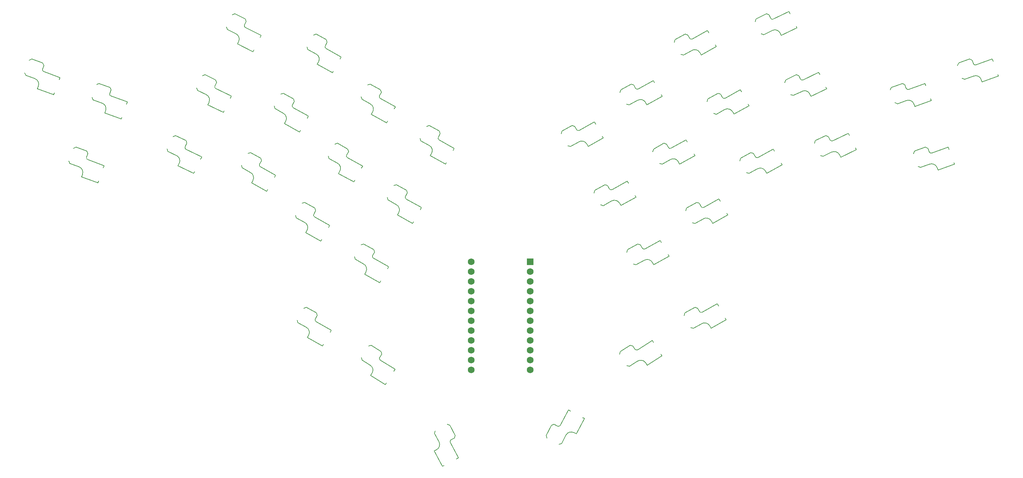
<source format=gbr>
%TF.GenerationSoftware,KiCad,Pcbnew,8.0.2-1*%
%TF.CreationDate,2024-06-17T15:58:38+09:00*%
%TF.ProjectId,tolkeeb_zero,746f6c6b-6565-4625-9f7a-65726f2e6b69,v1.0.0*%
%TF.SameCoordinates,Original*%
%TF.FileFunction,Legend,Bot*%
%TF.FilePolarity,Positive*%
%FSLAX46Y46*%
G04 Gerber Fmt 4.6, Leading zero omitted, Abs format (unit mm)*
G04 Created by KiCad (PCBNEW 8.0.2-1) date 2024-06-17 15:58:38*
%MOMM*%
%LPD*%
G01*
G04 APERTURE LIST*
%ADD10C,0.150000*%
%ADD11R,1.752600X1.752600*%
%ADD12C,1.752600*%
G04 APERTURE END LIST*
D10*
%TO.C,SB23*%
X203725429Y-114657911D02*
X203920334Y-113978198D01*
X203920334Y-113978198D02*
X206544193Y-112523769D01*
X205422262Y-117719081D02*
X206101978Y-117913987D01*
X206101978Y-117913987D02*
X208288525Y-116701961D01*
X206544193Y-112523769D02*
X207223906Y-112718675D01*
X207708717Y-113593294D02*
X207223906Y-112718675D01*
X210327669Y-117286678D02*
X210667038Y-117898911D01*
X210667038Y-117898911D02*
X214602826Y-115717268D01*
X212324221Y-111606556D02*
X208388432Y-113788199D01*
X212615106Y-112131327D02*
X212324221Y-111606556D01*
X214602826Y-115717268D02*
X214360422Y-115279958D01*
X208288525Y-116701961D02*
G75*
G02*
X210327669Y-117286678I727216J-1311922D01*
G01*
X208388432Y-113788199D02*
G75*
G02*
X207708717Y-113593294I-242405J437310D01*
G01*
%TO.C,SB2*%
X38797841Y-129998598D02*
X39096677Y-130639455D01*
X39096677Y-130639455D02*
X41445909Y-131494503D01*
X39994912Y-126709674D02*
X40635770Y-126410837D01*
X40635770Y-126410837D02*
X43454846Y-127436898D01*
X42103004Y-134074858D02*
X46331621Y-135613949D01*
X42342419Y-133417074D02*
X42103004Y-134074858D01*
X43411662Y-129017448D02*
X43753682Y-128077753D01*
X43454846Y-127436898D02*
X43753682Y-128077753D01*
X46331621Y-135613949D02*
X46502631Y-135144101D01*
X47733903Y-131761210D02*
X47939116Y-131197394D01*
X47939116Y-131197394D02*
X43710498Y-129658304D01*
X41445909Y-131494503D02*
G75*
G02*
X42342419Y-133417074I-513030J-1409540D01*
G01*
X43710498Y-129658304D02*
G75*
G02*
X43411661Y-129017448I171011J469847D01*
G01*
%TO.C,SB33*%
X133217609Y-204932576D02*
X135330230Y-208905840D01*
X133282208Y-200367948D02*
X134455887Y-202575317D01*
X133488946Y-199691738D02*
X133282208Y-200367948D01*
X133835672Y-204603946D02*
X133217609Y-204932576D01*
X135330230Y-208905840D02*
X135771705Y-208671105D01*
X136579264Y-198048588D02*
X137255471Y-198255325D01*
X137255471Y-198255325D02*
X138663887Y-200904169D01*
X137574202Y-202049851D02*
X138457149Y-201580378D01*
X138663887Y-200904169D02*
X138457149Y-201580378D01*
X138950316Y-206981006D02*
X139480086Y-206699323D01*
X139480086Y-206699323D02*
X137367463Y-202726059D01*
X134455887Y-202575317D02*
G75*
G02*
X133835672Y-204603946I-1324422J-704207D01*
G01*
X137367463Y-202726059D02*
G75*
G02*
X137574202Y-202049850I441474J234735D01*
G01*
%TO.C,SB18*%
X251060968Y-111633134D02*
X251359804Y-110992279D01*
X251359804Y-110992279D02*
X254178882Y-109966219D01*
X252258038Y-114922059D02*
X252898895Y-115220896D01*
X252898895Y-115220896D02*
X255248126Y-114365845D01*
X254178882Y-109966219D02*
X254819738Y-110265055D01*
X255161759Y-111204747D02*
X254819738Y-110265055D01*
X257170695Y-115262353D02*
X257410109Y-115920139D01*
X257410109Y-115920139D02*
X261638726Y-114381048D01*
X260031231Y-109964493D02*
X255802615Y-111503583D01*
X260236444Y-110528308D02*
X260031231Y-109964493D01*
X261638726Y-114381048D02*
X261467715Y-113911203D01*
X255248126Y-114365845D02*
G75*
G02*
X257170695Y-115262353I513030J-1409539D01*
G01*
X255802615Y-111503583D02*
G75*
G02*
X255161759Y-111204747I-171010J469846D01*
G01*
%TO.C,SB12*%
X114362250Y-113378765D02*
X114557155Y-114058481D01*
X114557155Y-114058481D02*
X116743704Y-115270504D01*
X116059085Y-110317596D02*
X116738798Y-110122691D01*
X116738798Y-110122691D02*
X119362657Y-111577120D01*
X116989052Y-117921880D02*
X120924841Y-120103525D01*
X117328419Y-117309648D02*
X116989052Y-117921880D01*
X119072753Y-113131454D02*
X119557562Y-112256833D01*
X119362657Y-111577120D02*
X119557562Y-112256833D01*
X120924841Y-120103525D02*
X121167246Y-119666215D01*
X122912561Y-116517584D02*
X123203447Y-115992811D01*
X123203447Y-115992811D02*
X119267658Y-113811169D01*
X116743704Y-115270504D02*
G75*
G02*
X117328419Y-117309648I-727214J-1311929D01*
G01*
X119267658Y-113811169D02*
G75*
G02*
X119072753Y-113131454I242405J437310D01*
G01*
%TO.C,SB28*%
X182999929Y-153586741D02*
X183194834Y-152907028D01*
X183194834Y-152907028D02*
X185818693Y-151452599D01*
X184696762Y-156647911D02*
X185376478Y-156842817D01*
X185376478Y-156842817D02*
X187563025Y-155630791D01*
X185818693Y-151452599D02*
X186498406Y-151647505D01*
X186983217Y-152522124D02*
X186498406Y-151647505D01*
X189602169Y-156215508D02*
X189941538Y-156827741D01*
X189941538Y-156827741D02*
X193877326Y-154646098D01*
X191598721Y-150535386D02*
X187662932Y-152717029D01*
X191889606Y-151060157D02*
X191598721Y-150535386D01*
X193877326Y-154646098D02*
X193634922Y-154208788D01*
X187563025Y-155630791D02*
G75*
G02*
X189602169Y-156215508I727216J-1311922D01*
G01*
X187662932Y-152717029D02*
G75*
G02*
X186983217Y-152522124I-242405J437310D01*
G01*
%TO.C,SB30*%
X166031593Y-122975051D02*
X166226498Y-122295338D01*
X166226498Y-122295338D02*
X168850357Y-120840909D01*
X167728426Y-126036221D02*
X168408142Y-126231127D01*
X168408142Y-126231127D02*
X170594689Y-125019101D01*
X168850357Y-120840909D02*
X169530070Y-121035815D01*
X170014881Y-121910434D02*
X169530070Y-121035815D01*
X172633833Y-125603818D02*
X172973202Y-126216051D01*
X172973202Y-126216051D02*
X176908990Y-124034408D01*
X174630385Y-119923696D02*
X170694596Y-122105339D01*
X174921270Y-120448467D02*
X174630385Y-119923696D01*
X176908990Y-124034408D02*
X176666586Y-123597098D01*
X170594689Y-125019101D02*
G75*
G02*
X172633833Y-125603818I727216J-1311922D01*
G01*
X170694596Y-122105339D02*
G75*
G02*
X170014881Y-121910434I-242405J437310D01*
G01*
%TO.C,SB1*%
X27398881Y-107226608D02*
X27697717Y-107867465D01*
X27697717Y-107867465D02*
X30046949Y-108722513D01*
X28595952Y-103937684D02*
X29236810Y-103638847D01*
X29236810Y-103638847D02*
X32055886Y-104664908D01*
X30704044Y-111302868D02*
X34932661Y-112841959D01*
X30943459Y-110645084D02*
X30704044Y-111302868D01*
X32012702Y-106245458D02*
X32354722Y-105305763D01*
X32055886Y-104664908D02*
X32354722Y-105305763D01*
X34932661Y-112841959D02*
X35103671Y-112372111D01*
X36334943Y-108989220D02*
X36540156Y-108425404D01*
X36540156Y-108425404D02*
X32311538Y-106886314D01*
X30046949Y-108722513D02*
G75*
G02*
X30943459Y-110645084I-513030J-1409540D01*
G01*
X32311538Y-106886314D02*
G75*
G02*
X32012701Y-106245458I171011J469847D01*
G01*
%TO.C,SB7*%
X83395092Y-131085689D02*
X83589997Y-131765405D01*
X83589997Y-131765405D02*
X85776546Y-132977428D01*
X85091927Y-128024520D02*
X85771640Y-127829615D01*
X85771640Y-127829615D02*
X88395499Y-129284044D01*
X86021894Y-135628804D02*
X89957683Y-137810449D01*
X86361261Y-135016572D02*
X86021894Y-135628804D01*
X88105595Y-130838378D02*
X88590404Y-129963757D01*
X88395499Y-129284044D02*
X88590404Y-129963757D01*
X89957683Y-137810449D02*
X90200088Y-137373139D01*
X91945403Y-134224508D02*
X92236289Y-133699735D01*
X92236289Y-133699735D02*
X88300500Y-131518093D01*
X85776546Y-132977428D02*
G75*
G02*
X86361261Y-135016572I-727214J-1311929D01*
G01*
X88300500Y-131518093D02*
G75*
G02*
X88105595Y-130838378I242405J437310D01*
G01*
%TO.C,SB19*%
X231490691Y-125426051D02*
X231720903Y-124757469D01*
X231720903Y-124757469D02*
X234417285Y-123442356D01*
X233024991Y-128571831D02*
X233693573Y-128802043D01*
X233693573Y-128802043D02*
X235940557Y-127706115D01*
X234417285Y-123442356D02*
X235085866Y-123672569D01*
X235524238Y-124571362D02*
X235085866Y-123672569D01*
X237946306Y-128396749D02*
X238253164Y-129025905D01*
X238253164Y-129025905D02*
X242297739Y-127053235D01*
X240237394Y-122828904D02*
X236192821Y-124801573D01*
X240500417Y-123368180D02*
X240237394Y-122828904D01*
X242297739Y-127053235D02*
X242078554Y-126603838D01*
X235940557Y-127706115D02*
G75*
G02*
X237946306Y-128396749I657558J-1348191D01*
G01*
X236192821Y-124801573D02*
G75*
G02*
X235524238Y-124571362I-219186J449397D01*
G01*
%TO.C,SB17*%
X257046319Y-128077755D02*
X257345155Y-127436900D01*
X257345155Y-127436900D02*
X260164233Y-126410840D01*
X258243389Y-131366680D02*
X258884246Y-131665517D01*
X258884246Y-131665517D02*
X261233477Y-130810466D01*
X260164233Y-126410840D02*
X260805089Y-126709676D01*
X261147110Y-127649368D02*
X260805089Y-126709676D01*
X263156046Y-131706974D02*
X263395460Y-132364760D01*
X263395460Y-132364760D02*
X267624077Y-130825669D01*
X266016582Y-126409114D02*
X261787966Y-127948204D01*
X266221795Y-126972929D02*
X266016582Y-126409114D01*
X267624077Y-130825669D02*
X267453066Y-130355824D01*
X261233477Y-130810466D02*
G75*
G02*
X263156046Y-131706974I513030J-1409539D01*
G01*
X261787966Y-127948204D02*
G75*
G02*
X261147110Y-127649368I-171010J469846D01*
G01*
%TO.C,SB32*%
X114402800Y-180742357D02*
X114561863Y-181431343D01*
X114561863Y-181431343D02*
X116681984Y-182756138D01*
X116257517Y-177774190D02*
X116946501Y-177615125D01*
X116788234Y-185416724D02*
X120604451Y-187801361D01*
X116946501Y-177615125D02*
X119490645Y-179204883D01*
X117159178Y-184823090D02*
X116788234Y-185416724D01*
X119119789Y-180741914D02*
X119649708Y-179893867D01*
X119490645Y-179204883D02*
X119649708Y-179893867D01*
X120604451Y-187801361D02*
X120869410Y-187377337D01*
X122777120Y-184324366D02*
X123095071Y-183815536D01*
X123095071Y-183815536D02*
X119278855Y-181430898D01*
X116681984Y-182756138D02*
G75*
G02*
X117159178Y-184823090I-794879J-1272073D01*
G01*
X119278855Y-181430898D02*
G75*
G02*
X119119790Y-180741915I264959J424024D01*
G01*
%TO.C,SB11*%
X105878083Y-128684610D02*
X106072988Y-129364326D01*
X106072988Y-129364326D02*
X108259537Y-130576349D01*
X107574918Y-125623441D02*
X108254631Y-125428536D01*
X108254631Y-125428536D02*
X110878490Y-126882965D01*
X108504885Y-133227725D02*
X112440674Y-135409370D01*
X108844252Y-132615493D02*
X108504885Y-133227725D01*
X110588586Y-128437299D02*
X111073395Y-127562678D01*
X110878490Y-126882965D02*
X111073395Y-127562678D01*
X112440674Y-135409370D02*
X112683079Y-134972060D01*
X114428394Y-131823429D02*
X114719280Y-131298656D01*
X114719280Y-131298656D02*
X110783491Y-129117014D01*
X108259537Y-130576349D02*
G75*
G02*
X108844252Y-132615493I-727214J-1311929D01*
G01*
X110783491Y-129117014D02*
G75*
G02*
X110588586Y-128437299I242405J437310D01*
G01*
%TO.C,SB29*%
X174515761Y-138280895D02*
X174710666Y-137601182D01*
X174710666Y-137601182D02*
X177334525Y-136146753D01*
X176212594Y-141342065D02*
X176892310Y-141536971D01*
X176892310Y-141536971D02*
X179078857Y-140324945D01*
X177334525Y-136146753D02*
X178014238Y-136341659D01*
X178499049Y-137216278D02*
X178014238Y-136341659D01*
X181118001Y-140909662D02*
X181457370Y-141521895D01*
X181457370Y-141521895D02*
X185393158Y-139340252D01*
X183114553Y-135229540D02*
X179178764Y-137411183D01*
X183405438Y-135754311D02*
X183114553Y-135229540D01*
X185393158Y-139340252D02*
X185150754Y-138902942D01*
X179078857Y-140324945D02*
G75*
G02*
X181118001Y-140909662I727216J-1311922D01*
G01*
X179178764Y-137411183D02*
G75*
G02*
X178499049Y-137216278I-242405J437310D01*
G01*
%TO.C,SB4*%
X64179837Y-126818344D02*
X64410048Y-127486925D01*
X64410048Y-127486925D02*
X66657032Y-128582854D01*
X65714136Y-123672565D02*
X66382718Y-123442353D01*
X66382718Y-123442353D02*
X69079100Y-124757466D01*
X67040808Y-131217758D02*
X71085381Y-133190428D01*
X67347668Y-130588602D02*
X67040808Y-131217758D01*
X68870941Y-126324843D02*
X69309312Y-125426048D01*
X69079100Y-124757466D02*
X69309312Y-125426048D01*
X71085381Y-133190428D02*
X71304567Y-132741031D01*
X72882703Y-129505371D02*
X73145725Y-128966095D01*
X73145725Y-128966095D02*
X69101151Y-126993426D01*
X66657032Y-128582854D02*
G75*
G02*
X67347668Y-130588602I-657563J-1348194D01*
G01*
X69101151Y-126993426D02*
G75*
G02*
X68870941Y-126324843I219187J449397D01*
G01*
%TO.C,SB35*%
X181150295Y-179893870D02*
X181309358Y-179204886D01*
X181309358Y-179204886D02*
X183853502Y-177615128D01*
X183005011Y-182862038D02*
X183693995Y-183021102D01*
X183693995Y-183021102D02*
X185814115Y-181696304D01*
X183853502Y-177615128D02*
X184542487Y-177774192D01*
X185072405Y-178622240D02*
X184542487Y-177774192D01*
X187881066Y-182173497D02*
X188252009Y-182767131D01*
X188252009Y-182767131D02*
X192068226Y-180382494D01*
X189577605Y-176396668D02*
X185761389Y-178781305D01*
X189895556Y-176905497D02*
X189577605Y-176396668D01*
X192068226Y-180382494D02*
X191803266Y-179958470D01*
X185761389Y-178781305D02*
G75*
G02*
X185072405Y-178622240I-264960J424024D01*
G01*
X185814115Y-181696304D02*
G75*
G02*
X187881066Y-182173497I794879J-1272072D01*
G01*
%TO.C,SB26*%
X189726608Y-127562679D02*
X189921513Y-126882966D01*
X189921513Y-126882966D02*
X192545372Y-125428537D01*
X191423441Y-130623849D02*
X192103157Y-130818755D01*
X192103157Y-130818755D02*
X194289704Y-129606729D01*
X192545372Y-125428537D02*
X193225085Y-125623443D01*
X193709896Y-126498062D02*
X193225085Y-125623443D01*
X196328848Y-130191446D02*
X196668217Y-130803679D01*
X196668217Y-130803679D02*
X200604005Y-128622036D01*
X198325400Y-124511324D02*
X194389611Y-126692967D01*
X198616285Y-125036095D02*
X198325400Y-124511324D01*
X200604005Y-128622036D02*
X200361601Y-128184726D01*
X194289704Y-129606729D02*
G75*
G02*
X196328848Y-130191446I727216J-1311922D01*
G01*
X194389611Y-126692967D02*
G75*
G02*
X193709896Y-126498062I-242405J437310D01*
G01*
%TO.C,SB21*%
X216147701Y-93968257D02*
X216377913Y-93299675D01*
X216377913Y-93299675D02*
X219074295Y-91984562D01*
X217682001Y-97114037D02*
X218350583Y-97344249D01*
X218350583Y-97344249D02*
X220597567Y-96248321D01*
X219074295Y-91984562D02*
X219742876Y-92214775D01*
X220181248Y-93113568D02*
X219742876Y-92214775D01*
X222603316Y-96938955D02*
X222910174Y-97568111D01*
X222910174Y-97568111D02*
X226954749Y-95595441D01*
X224894404Y-91371110D02*
X220849831Y-93343779D01*
X225157427Y-91910386D02*
X224894404Y-91371110D01*
X226954749Y-95595441D02*
X226735564Y-95146044D01*
X220597567Y-96248321D02*
G75*
G02*
X222603316Y-96938955I657558J-1348191D01*
G01*
X220849831Y-93343779D02*
G75*
G02*
X220181248Y-93113568I-219186J449397D01*
G01*
%TO.C,SB13*%
X112604760Y-154708672D02*
X112799665Y-155388388D01*
X112799665Y-155388388D02*
X114986214Y-156600411D01*
X114301595Y-151647503D02*
X114981308Y-151452598D01*
X114981308Y-151452598D02*
X117605167Y-152907027D01*
X115231562Y-159251787D02*
X119167351Y-161433432D01*
X115570929Y-158639555D02*
X115231562Y-159251787D01*
X117315263Y-154461361D02*
X117800072Y-153586740D01*
X117605167Y-152907027D02*
X117800072Y-153586740D01*
X119167351Y-161433432D02*
X119409756Y-160996122D01*
X121155071Y-157847491D02*
X121445957Y-157322718D01*
X121445957Y-157322718D02*
X117510168Y-155141076D01*
X114986214Y-156600411D02*
G75*
G02*
X115570929Y-158639555I-727214J-1311929D01*
G01*
X117510168Y-155141076D02*
G75*
G02*
X117315263Y-154461361I242405J437310D01*
G01*
%TO.C,SB6*%
X79522825Y-95360554D02*
X79753036Y-96029135D01*
X79753036Y-96029135D02*
X82000020Y-97125064D01*
X81057124Y-92214775D02*
X81725706Y-91984563D01*
X81725706Y-91984563D02*
X84422088Y-93299676D01*
X82383796Y-99759968D02*
X86428369Y-101732638D01*
X82690656Y-99130812D02*
X82383796Y-99759968D01*
X84213929Y-94867053D02*
X84652300Y-93968258D01*
X84422088Y-93299676D02*
X84652300Y-93968258D01*
X86428369Y-101732638D02*
X86647555Y-101283241D01*
X88225691Y-98047581D02*
X88488713Y-97508305D01*
X88488713Y-97508305D02*
X84444139Y-95535636D01*
X82000020Y-97125064D02*
G75*
G02*
X82690656Y-99130812I-657563J-1348194D01*
G01*
X84444139Y-95535636D02*
G75*
G02*
X84213929Y-94867053I219187J449397D01*
G01*
%TO.C,SB9*%
X100363429Y-100474000D02*
X100558334Y-101153716D01*
X100558334Y-101153716D02*
X102744883Y-102365739D01*
X102060264Y-97412831D02*
X102739977Y-97217926D01*
X102739977Y-97217926D02*
X105363836Y-98672355D01*
X102990231Y-105017115D02*
X106926020Y-107198760D01*
X103329598Y-104404883D02*
X102990231Y-105017115D01*
X105073932Y-100226689D02*
X105558741Y-99352068D01*
X105363836Y-98672355D02*
X105558741Y-99352068D01*
X106926020Y-107198760D02*
X107168425Y-106761450D01*
X108913740Y-103612819D02*
X109204626Y-103088046D01*
X109204626Y-103088046D02*
X105268837Y-100906404D01*
X102744883Y-102365739D02*
G75*
G02*
X103329598Y-104404883I-727214J-1311929D01*
G01*
X105268837Y-100906404D02*
G75*
G02*
X105073932Y-100226689I242405J437310D01*
G01*
%TO.C,SB14*%
X121088927Y-139402828D02*
X121283832Y-140082544D01*
X121283832Y-140082544D02*
X123470381Y-141294567D01*
X122785762Y-136341659D02*
X123465475Y-136146754D01*
X123465475Y-136146754D02*
X126089334Y-137601183D01*
X123715729Y-143945943D02*
X127651518Y-146127588D01*
X124055096Y-143333711D02*
X123715729Y-143945943D01*
X125799430Y-139155517D02*
X126284239Y-138280896D01*
X126089334Y-137601183D02*
X126284239Y-138280896D01*
X127651518Y-146127588D02*
X127893923Y-145690278D01*
X129639238Y-142541647D02*
X129930124Y-142016874D01*
X129930124Y-142016874D02*
X125994335Y-139835232D01*
X123470381Y-141294567D02*
G75*
G02*
X124055096Y-143333711I-727214J-1311929D01*
G01*
X125994335Y-139835232D02*
G75*
G02*
X125799430Y-139155517I242405J437310D01*
G01*
%TO.C,SB10*%
X97393917Y-143990455D02*
X97588822Y-144670171D01*
X97588822Y-144670171D02*
X99775371Y-145882194D01*
X99090752Y-140929286D02*
X99770465Y-140734381D01*
X99770465Y-140734381D02*
X102394324Y-142188810D01*
X100020719Y-148533570D02*
X103956508Y-150715215D01*
X100360086Y-147921338D02*
X100020719Y-148533570D01*
X102104420Y-143743144D02*
X102589229Y-142868523D01*
X102394324Y-142188810D02*
X102589229Y-142868523D01*
X103956508Y-150715215D02*
X104198913Y-150277905D01*
X105944228Y-147129274D02*
X106235114Y-146604501D01*
X106235114Y-146604501D02*
X102299325Y-144422859D01*
X99775371Y-145882194D02*
G75*
G02*
X100360086Y-147921338I-727214J-1311929D01*
G01*
X102299325Y-144422859D02*
G75*
G02*
X102104420Y-143743144I242405J437310D01*
G01*
%TO.C,SB36*%
X162136116Y-200904169D02*
X163544532Y-198255326D01*
X162342854Y-201580378D02*
X162136116Y-200904169D01*
X163544532Y-198255326D02*
X164220741Y-198048588D01*
X165103690Y-198518057D02*
X164220741Y-198048588D01*
X165433171Y-203223529D02*
X166109381Y-203016792D01*
X166109381Y-203016792D02*
X167283058Y-200809423D01*
X167892520Y-194338057D02*
X165779898Y-198311321D01*
X168422288Y-194619740D02*
X167892520Y-194338057D01*
X169311689Y-200189209D02*
X169929752Y-200517838D01*
X169929752Y-200517838D02*
X172042375Y-196544574D01*
X172042375Y-196544574D02*
X171600900Y-196309838D01*
X165779898Y-198311321D02*
G75*
G02*
X165103689Y-198518060I-441474J234735D01*
G01*
X167283058Y-200809423D02*
G75*
G02*
X169311690Y-200189207I1324423J-704206D01*
G01*
%TO.C,SB31*%
X97808256Y-171088949D02*
X98003161Y-171768665D01*
X98003161Y-171768665D02*
X100189710Y-172980688D01*
X99505091Y-168027780D02*
X100184804Y-167832875D01*
X100184804Y-167832875D02*
X102808663Y-169287304D01*
X100435058Y-175632064D02*
X104370847Y-177813709D01*
X100774425Y-175019832D02*
X100435058Y-175632064D01*
X102518759Y-170841638D02*
X103003568Y-169967017D01*
X102808663Y-169287304D02*
X103003568Y-169967017D01*
X104370847Y-177813709D02*
X104613252Y-177376399D01*
X106358567Y-174227768D02*
X106649453Y-173702995D01*
X106649453Y-173702995D02*
X102713664Y-171521353D01*
X100189710Y-172980688D02*
G75*
G02*
X100774425Y-175019832I-727214J-1311929D01*
G01*
X102713664Y-171521353D02*
G75*
G02*
X102518759Y-170841638I242405J437310D01*
G01*
%TO.C,SB8*%
X91879259Y-115779845D02*
X92074164Y-116459561D01*
X92074164Y-116459561D02*
X94260713Y-117671584D01*
X93576094Y-112718676D02*
X94255807Y-112523771D01*
X94255807Y-112523771D02*
X96879666Y-113978200D01*
X94506061Y-120322960D02*
X98441850Y-122504605D01*
X94845428Y-119710728D02*
X94506061Y-120322960D01*
X96589762Y-115532534D02*
X97074571Y-114657913D01*
X96879666Y-113978200D02*
X97074571Y-114657913D01*
X98441850Y-122504605D02*
X98684255Y-122067295D01*
X100429570Y-118918664D02*
X100720456Y-118393891D01*
X100720456Y-118393891D02*
X96784667Y-116212249D01*
X94260713Y-117671584D02*
G75*
G02*
X94845428Y-119710728I-727214J-1311929D01*
G01*
X96784667Y-116212249D02*
G75*
G02*
X96589762Y-115532534I242405J437310D01*
G01*
%TO.C,SB34*%
X197796433Y-169967016D02*
X197991338Y-169287303D01*
X197991338Y-169287303D02*
X200615197Y-167832874D01*
X199493266Y-173028186D02*
X200172982Y-173223092D01*
X200172982Y-173223092D02*
X202359529Y-172011066D01*
X200615197Y-167832874D02*
X201294910Y-168027780D01*
X201779721Y-168902399D02*
X201294910Y-168027780D01*
X204398673Y-172595783D02*
X204738042Y-173208016D01*
X204738042Y-173208016D02*
X208673830Y-171026373D01*
X206395225Y-166915661D02*
X202459436Y-169097304D01*
X206686110Y-167440432D02*
X206395225Y-166915661D01*
X208673830Y-171026373D02*
X208431426Y-170589063D01*
X202359529Y-172011066D02*
G75*
G02*
X204398673Y-172595783I727216J-1311922D01*
G01*
X202459436Y-169097304D02*
G75*
G02*
X201779721Y-168902399I-242405J437310D01*
G01*
%TO.C,SB22*%
X212209597Y-129963755D02*
X212404502Y-129284042D01*
X212404502Y-129284042D02*
X215028361Y-127829613D01*
X213906430Y-133024925D02*
X214586146Y-133219831D01*
X214586146Y-133219831D02*
X216772693Y-132007805D01*
X215028361Y-127829613D02*
X215708074Y-128024519D01*
X216192885Y-128899138D02*
X215708074Y-128024519D01*
X218811837Y-132592522D02*
X219151206Y-133204755D01*
X219151206Y-133204755D02*
X223086994Y-131023112D01*
X220808389Y-126912400D02*
X216872600Y-129094043D01*
X221099274Y-127437171D02*
X220808389Y-126912400D01*
X223086994Y-131023112D02*
X222844590Y-130585802D01*
X216772693Y-132007805D02*
G75*
G02*
X218811837Y-132592522I727216J-1311922D01*
G01*
X216872600Y-129094043D02*
G75*
G02*
X216192885Y-128899138I-242405J437310D01*
G01*
%TO.C,SB3*%
X44783192Y-113553980D02*
X45082028Y-114194837D01*
X45082028Y-114194837D02*
X47431260Y-115049885D01*
X45980263Y-110265056D02*
X46621121Y-109966219D01*
X46621121Y-109966219D02*
X49440197Y-110992280D01*
X48088355Y-117630240D02*
X52316972Y-119169331D01*
X48327770Y-116972456D02*
X48088355Y-117630240D01*
X49397013Y-112572830D02*
X49739033Y-111633135D01*
X49440197Y-110992280D02*
X49739033Y-111633135D01*
X52316972Y-119169331D02*
X52487982Y-118699483D01*
X53719254Y-115316592D02*
X53924467Y-114752776D01*
X53924467Y-114752776D02*
X49695849Y-113213686D01*
X47431260Y-115049885D02*
G75*
G02*
X48327770Y-116972456I-513030J-1409540D01*
G01*
X49695849Y-113213686D02*
G75*
G02*
X49397012Y-112572830I171011J469847D01*
G01*
%TO.C,SB5*%
X71851332Y-111089449D02*
X72081543Y-111758030D01*
X72081543Y-111758030D02*
X74328527Y-112853959D01*
X73385631Y-107943670D02*
X74054213Y-107713458D01*
X74054213Y-107713458D02*
X76750595Y-109028571D01*
X74712303Y-115488863D02*
X78756876Y-117461533D01*
X75019163Y-114859707D02*
X74712303Y-115488863D01*
X76542436Y-110595948D02*
X76980807Y-109697153D01*
X76750595Y-109028571D02*
X76980807Y-109697153D01*
X78756876Y-117461533D02*
X78976062Y-117012136D01*
X80554198Y-113776476D02*
X80817220Y-113237200D01*
X80817220Y-113237200D02*
X76772646Y-111264531D01*
X74328527Y-112853959D02*
G75*
G02*
X75019163Y-114859707I-657563J-1348194D01*
G01*
X76772646Y-111264531D02*
G75*
G02*
X76542436Y-110595948I219187J449397D01*
G01*
%TO.C,SB25*%
X198210775Y-142868523D02*
X198405680Y-142188810D01*
X198405680Y-142188810D02*
X201029539Y-140734381D01*
X199907608Y-145929693D02*
X200587324Y-146124599D01*
X200587324Y-146124599D02*
X202773871Y-144912573D01*
X201029539Y-140734381D02*
X201709252Y-140929287D01*
X202194063Y-141803906D02*
X201709252Y-140929287D01*
X204813015Y-145497290D02*
X205152384Y-146109523D01*
X205152384Y-146109523D02*
X209088172Y-143927880D01*
X206809567Y-139817168D02*
X202873778Y-141998811D01*
X207100452Y-140341939D02*
X206809567Y-139817168D01*
X209088172Y-143927880D02*
X208845768Y-143490570D01*
X202773871Y-144912573D02*
G75*
G02*
X204813015Y-145497290I727216J-1311922D01*
G01*
X202873778Y-141998811D02*
G75*
G02*
X202194063Y-141803906I-242405J437310D01*
G01*
%TO.C,SB15*%
X129573095Y-124096983D02*
X129768000Y-124776699D01*
X129768000Y-124776699D02*
X131954549Y-125988722D01*
X131269930Y-121035814D02*
X131949643Y-120840909D01*
X131949643Y-120840909D02*
X134573502Y-122295338D01*
X132199897Y-128640098D02*
X136135686Y-130821743D01*
X132539264Y-128027866D02*
X132199897Y-128640098D01*
X134283598Y-123849672D02*
X134768407Y-122975051D01*
X134573502Y-122295338D02*
X134768407Y-122975051D01*
X136135686Y-130821743D02*
X136378091Y-130384433D01*
X138123406Y-127235802D02*
X138414292Y-126711029D01*
X138414292Y-126711029D02*
X134478503Y-124529387D01*
X131954549Y-125988722D02*
G75*
G02*
X132539264Y-128027866I-727214J-1311929D01*
G01*
X134478503Y-124529387D02*
G75*
G02*
X134283598Y-123849672I242405J437310D01*
G01*
%TO.C,SB24*%
X195241260Y-99352066D02*
X195436165Y-98672353D01*
X195436165Y-98672353D02*
X198060024Y-97217924D01*
X196938093Y-102413236D02*
X197617809Y-102608142D01*
X197617809Y-102608142D02*
X199804356Y-101396116D01*
X198060024Y-97217924D02*
X198739737Y-97412830D01*
X199224548Y-98287449D02*
X198739737Y-97412830D01*
X201843500Y-101980833D02*
X202182869Y-102593066D01*
X202182869Y-102593066D02*
X206118657Y-100411423D01*
X203840052Y-96300711D02*
X199904263Y-98482354D01*
X204130937Y-96825482D02*
X203840052Y-96300711D01*
X206118657Y-100411423D02*
X205876253Y-99974113D01*
X199804356Y-101396116D02*
G75*
G02*
X201843500Y-101980833I727216J-1311922D01*
G01*
X199904263Y-98482354D02*
G75*
G02*
X199224548Y-98287449I-242405J437310D01*
G01*
%TO.C,SB16*%
X268445279Y-105305761D02*
X268744115Y-104664906D01*
X268744115Y-104664906D02*
X271563193Y-103638846D01*
X269642349Y-108594686D02*
X270283206Y-108893523D01*
X270283206Y-108893523D02*
X272632437Y-108038472D01*
X271563193Y-103638846D02*
X272204049Y-103937682D01*
X272546070Y-104877374D02*
X272204049Y-103937682D01*
X274555006Y-108934980D02*
X274794420Y-109592766D01*
X274794420Y-109592766D02*
X279023037Y-108053675D01*
X277415542Y-103637120D02*
X273186926Y-105176210D01*
X277620755Y-104200935D02*
X277415542Y-103637120D01*
X279023037Y-108053675D02*
X278852026Y-107583830D01*
X272632437Y-108038472D02*
G75*
G02*
X274555006Y-108934980I513030J-1409539D01*
G01*
X273186926Y-105176210D02*
G75*
G02*
X272546070Y-104877374I-171010J469846D01*
G01*
%TO.C,SB27*%
X181242438Y-112256834D02*
X181437343Y-111577121D01*
X181437343Y-111577121D02*
X184061202Y-110122692D01*
X182939271Y-115318004D02*
X183618987Y-115512910D01*
X183618987Y-115512910D02*
X185805534Y-114300884D01*
X184061202Y-110122692D02*
X184740915Y-110317598D01*
X185225726Y-111192217D02*
X184740915Y-110317598D01*
X187844678Y-114885601D02*
X188184047Y-115497834D01*
X188184047Y-115497834D02*
X192119835Y-113316191D01*
X189841230Y-109205479D02*
X185905441Y-111387122D01*
X190132115Y-109730250D02*
X189841230Y-109205479D01*
X192119835Y-113316191D02*
X191877431Y-112878881D01*
X185805534Y-114300884D02*
G75*
G02*
X187844678Y-114885601I727216J-1311922D01*
G01*
X185905441Y-111387122D02*
G75*
G02*
X185225726Y-111192217I-242405J437310D01*
G01*
%TO.C,SB20*%
X223819195Y-109697154D02*
X224049407Y-109028572D01*
X224049407Y-109028572D02*
X226745789Y-107713459D01*
X225353495Y-112842934D02*
X226022077Y-113073146D01*
X226022077Y-113073146D02*
X228269061Y-111977218D01*
X226745789Y-107713459D02*
X227414370Y-107943672D01*
X227852742Y-108842465D02*
X227414370Y-107943672D01*
X230274810Y-112667852D02*
X230581668Y-113297008D01*
X230581668Y-113297008D02*
X234626243Y-111324338D01*
X232565898Y-107100007D02*
X228521325Y-109072676D01*
X232828921Y-107639283D02*
X232565898Y-107100007D01*
X234626243Y-111324338D02*
X234407058Y-110874941D01*
X228269061Y-111977218D02*
G75*
G02*
X230274810Y-112667852I657558J-1348191D01*
G01*
X228521325Y-109072676D02*
G75*
G02*
X227852742Y-108842465I-219186J449397D01*
G01*
%TD*%
D11*
%TO.C,MCU1*%
X158020003Y-156020003D03*
D12*
X158020003Y-158560003D03*
X158020004Y-161100003D03*
X158020002Y-163640004D03*
X158020003Y-166180004D03*
X158020003Y-168720003D03*
X158020003Y-171260003D03*
X158020003Y-173800002D03*
X158020003Y-176340003D03*
X158020005Y-178880003D03*
X158020003Y-181420003D03*
X158020003Y-183960003D03*
X142780003Y-156020003D03*
X142780003Y-158560003D03*
X142780001Y-161100003D03*
X142780003Y-163640003D03*
X142780003Y-166180004D03*
X142780003Y-168720003D03*
X142780003Y-171260003D03*
X142780003Y-173800002D03*
X142780004Y-176340002D03*
X142780002Y-178880003D03*
X142780003Y-181420003D03*
X142780003Y-183960003D03*
%TD*%
M02*

</source>
